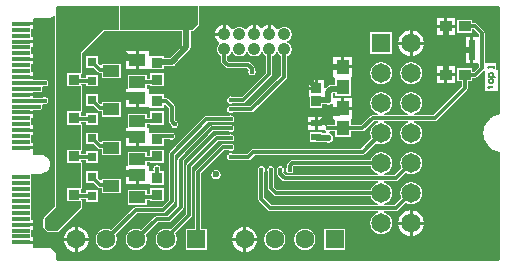
<source format=gtl>
G04*
G04 #@! TF.GenerationSoftware,Altium Limited,Altium Designer,22.11.1 (43)*
G04*
G04 Layer_Physical_Order=1*
G04 Layer_Color=255*
%FSLAX44Y44*%
%MOMM*%
G71*
G04*
G04 #@! TF.SameCoordinates,238175EB-3BB2-4886-BFDA-CBBE0BB03E55*
G04*
G04*
G04 #@! TF.FilePolarity,Positive*
G04*
G01*
G75*
%ADD14C,0.1500*%
%ADD15R,1.5000X0.3500*%
%ADD16R,0.8000X0.8000*%
%ADD17R,1.0000X0.9000*%
%ADD18R,0.5500X1.7000*%
%ADD19R,1.4000X1.0000*%
%ADD20R,0.8250X0.6250*%
%ADD21R,0.9621X0.9350*%
%ADD22R,1.1000X1.2500*%
%ADD23R,0.8121X0.9311*%
%ADD32C,0.3000*%
%ADD33C,0.1101*%
%ADD34C,0.5000*%
%ADD35C,1.0500*%
%ADD36C,1.6000*%
%ADD37R,1.6000X1.6000*%
%ADD38C,1.6500*%
%ADD39R,1.6500X1.6500*%
%ADD40C,0.6000*%
%ADD41C,0.4000*%
G36*
X162500Y242500D02*
X157500Y237500D01*
X96082D01*
Y257836D01*
X162500D01*
Y242500D01*
D02*
G37*
G36*
X417961Y256531D02*
Y165879D01*
X415538Y165397D01*
X415353Y165320D01*
X415156Y165281D01*
X412620Y164231D01*
X412453Y164119D01*
X412267Y164042D01*
X409986Y162518D01*
X409844Y162376D01*
X409677Y162264D01*
X407736Y160323D01*
X407624Y160156D01*
X407482Y160014D01*
X405958Y157732D01*
X405881Y157547D01*
X405769Y157380D01*
X404719Y154844D01*
X404680Y154647D01*
X404603Y154462D01*
X404067Y151770D01*
Y151619D01*
X404031Y151472D01*
X403963Y150100D01*
X403978Y150000D01*
X403963Y149900D01*
X404031Y148528D01*
X404067Y148381D01*
Y148230D01*
X404603Y145538D01*
X404680Y145353D01*
X404719Y145156D01*
X405769Y142620D01*
X405881Y142453D01*
X405957Y142268D01*
X407482Y139986D01*
X407624Y139844D01*
X407736Y139677D01*
X409676Y137736D01*
X409843Y137624D01*
X409985Y137482D01*
X412267Y135957D01*
X412453Y135881D01*
X412620Y135769D01*
X415155Y134719D01*
X415352Y134680D01*
X415538Y134603D01*
X417961Y134121D01*
Y43345D01*
X416655Y42039D01*
X43345D01*
X42039Y43345D01*
Y45750D01*
X42019Y45849D01*
X42029Y45950D01*
X41933Y46925D01*
X41846Y47212D01*
X41788Y47506D01*
X41041Y49308D01*
X40599Y49970D01*
X39220Y51349D01*
X38558Y51791D01*
X36756Y52538D01*
X36462Y52596D01*
X36175Y52683D01*
X35200Y52779D01*
X35099Y52769D01*
X35000Y52789D01*
X23636D01*
X22540Y53210D01*
X22540Y54059D01*
Y56230D01*
X12500D01*
Y58770D01*
X22540D01*
Y61790D01*
X21000D01*
Y68210D01*
X22540D01*
Y71230D01*
X12500D01*
Y73770D01*
X22540D01*
Y76790D01*
X21000D01*
Y89750D01*
Y99750D01*
Y109750D01*
X21000Y115250D01*
X22079Y115711D01*
X29000D01*
X29099Y115731D01*
X29200Y115721D01*
X30370Y115836D01*
X30657Y115923D01*
X30951Y115981D01*
X33114Y116877D01*
X33775Y117319D01*
X35431Y118975D01*
X35873Y119636D01*
X36769Y121799D01*
X36827Y122093D01*
X36914Y122380D01*
X37029Y123550D01*
X37010Y123750D01*
X37029Y123950D01*
X36914Y125120D01*
X36827Y125407D01*
X36769Y125701D01*
X35873Y127864D01*
X35431Y128525D01*
X33775Y130181D01*
X33775Y130181D01*
X33114Y130623D01*
X30951Y131519D01*
X30657Y131577D01*
X30370Y131664D01*
X29200Y131779D01*
X29099Y131770D01*
X29000Y131789D01*
X22547D01*
X22540Y133210D01*
Y136230D01*
X12500D01*
Y138770D01*
X22540D01*
Y141790D01*
X21000D01*
Y148210D01*
X22540D01*
Y151230D01*
X12500D01*
Y153770D01*
X22540D01*
Y156790D01*
X21000D01*
Y163210D01*
X22540D01*
Y166230D01*
X12500D01*
Y168770D01*
X22540D01*
Y169951D01*
X25877D01*
X26395Y169652D01*
X27158Y169447D01*
X27947D01*
X28711Y169652D01*
X29395Y170047D01*
X29953Y170605D01*
X30348Y171289D01*
X30553Y172052D01*
Y172842D01*
X30348Y173605D01*
X30519Y173968D01*
X31342Y174704D01*
X32105Y174500D01*
X32895D01*
X33658Y174704D01*
X34342Y175099D01*
X34901Y175658D01*
X35296Y176342D01*
X35500Y177105D01*
Y177895D01*
X35296Y178658D01*
X34901Y179342D01*
X34342Y179901D01*
X33658Y180296D01*
X32895Y180500D01*
X32105D01*
X31342Y180296D01*
X30915Y180049D01*
X22540D01*
Y181230D01*
X12500D01*
Y183770D01*
X22540D01*
Y184951D01*
X25915D01*
X26342Y184704D01*
X27105Y184500D01*
X27895D01*
X28658Y184704D01*
X29342Y185099D01*
X29901Y185658D01*
X30296Y186342D01*
X30500Y187105D01*
Y187895D01*
X30296Y188658D01*
X31007Y189604D01*
X31342Y189704D01*
X32105Y189500D01*
X32895D01*
X33658Y189704D01*
X34342Y190099D01*
X34901Y190658D01*
X35296Y191342D01*
X35500Y192105D01*
Y192895D01*
X35296Y193658D01*
X34901Y194342D01*
X34342Y194901D01*
X33658Y195296D01*
X32895Y195500D01*
X32105D01*
X31342Y195296D01*
X30915Y195049D01*
X22540D01*
Y196230D01*
X12500D01*
Y198770D01*
X22540D01*
Y201790D01*
X21000D01*
Y208210D01*
X22540D01*
Y211230D01*
X12500D01*
Y213770D01*
X22540D01*
Y216790D01*
X21000D01*
Y223210D01*
X22540D01*
Y226230D01*
X12500D01*
Y228770D01*
X22540D01*
Y231790D01*
X21000D01*
Y238210D01*
X22540D01*
Y241230D01*
X12500D01*
Y243770D01*
X22540D01*
Y246790D01*
X23636Y247211D01*
X35000D01*
X35099Y247230D01*
X35200Y247221D01*
X36175Y247317D01*
X36462Y247404D01*
X36756Y247462D01*
X38558Y248209D01*
X38558Y248209D01*
X39220Y248651D01*
X39220Y248651D01*
X40210Y249641D01*
X41480Y249115D01*
Y207152D01*
X41470Y207071D01*
X41470Y207071D01*
Y198227D01*
X41480Y198147D01*
Y197581D01*
X41470Y197500D01*
Y177500D01*
X41470Y177500D01*
X41470Y177500D01*
Y145000D01*
X41470Y145000D01*
X41470Y145000D01*
Y112500D01*
Y87912D01*
X31779Y78221D01*
X31558Y77890D01*
X31480Y77500D01*
X31480Y70000D01*
X31558Y69610D01*
X31779Y69279D01*
X34279Y66779D01*
X34610Y66558D01*
X35000Y66480D01*
X43582Y66480D01*
X43973Y66558D01*
X44303Y66779D01*
X64032Y86507D01*
X64253Y86838D01*
X64330Y87228D01*
Y92171D01*
X64253Y92561D01*
X64032Y92892D01*
X63701Y93113D01*
X63311Y93190D01*
Y94451D01*
X67500D01*
Y92000D01*
X77500D01*
Y102000D01*
X67500D01*
Y99549D01*
X63311D01*
Y102502D01*
X63701Y102579D01*
X64032Y102800D01*
X64253Y103131D01*
X64330Y103521D01*
Y124671D01*
X64253Y125061D01*
X64032Y125392D01*
X63701Y125613D01*
X63311Y125690D01*
Y126951D01*
X67500D01*
Y124500D01*
X77500D01*
Y134500D01*
X67500D01*
Y132049D01*
X63311D01*
Y135002D01*
X63701Y135079D01*
X64032Y135300D01*
X64253Y135631D01*
X64330Y136021D01*
Y157171D01*
X64253Y157561D01*
X64032Y157892D01*
X63701Y158113D01*
X63311Y158190D01*
Y159451D01*
X67500D01*
Y157000D01*
X77500D01*
Y167000D01*
X67500D01*
Y164549D01*
X63311D01*
Y167502D01*
X63701Y167579D01*
X64032Y167800D01*
X64253Y168131D01*
X64330Y168521D01*
Y189671D01*
X64253Y190061D01*
X64032Y190392D01*
X63701Y190613D01*
X63311Y190690D01*
Y191951D01*
X67500D01*
Y189500D01*
X77500D01*
Y199500D01*
X67500D01*
Y197049D01*
X63311D01*
Y200002D01*
X63701Y200079D01*
X64032Y200300D01*
X64253Y200631D01*
X64330Y201021D01*
Y217888D01*
X82922Y236480D01*
X95000D01*
X95390Y236558D01*
X95541Y236659D01*
X95692Y236558D01*
X96082Y236480D01*
X148970D01*
Y223962D01*
X138538Y213530D01*
X133311D01*
Y215329D01*
X121810D01*
X121689Y215329D01*
X120540Y215620D01*
Y219540D01*
X112270D01*
Y212000D01*
Y204460D01*
X120419D01*
X120540Y204460D01*
X121689Y204169D01*
Y203979D01*
X133311D01*
Y206470D01*
X140000D01*
X140000Y206470D01*
X140914Y206590D01*
X141765Y206943D01*
X142496Y207504D01*
X154996Y220004D01*
X154996Y220004D01*
X155557Y220735D01*
X155910Y221586D01*
X156030Y222500D01*
X156030Y222500D01*
Y236480D01*
X157500D01*
X157890Y236558D01*
X158221Y236779D01*
X163221Y241779D01*
X163442Y242110D01*
X163520Y242500D01*
Y257836D01*
X416655D01*
X417961Y256531D01*
D02*
G37*
G36*
X95000Y237500D02*
X82500D01*
X63311Y218311D01*
Y201021D01*
X51689D01*
Y189671D01*
X63311D01*
Y168521D01*
X51689D01*
Y157171D01*
X63311D01*
Y136021D01*
X51689D01*
Y124671D01*
X63311D01*
Y103521D01*
X51689D01*
Y92171D01*
X63311D01*
Y87228D01*
X43582Y67500D01*
X35000Y67500D01*
X32500Y70000D01*
X32500Y77500D01*
X42500Y87500D01*
Y256844D01*
X43402Y257836D01*
X95000D01*
Y237500D01*
D02*
G37*
%LPC*%
G36*
X379540Y247540D02*
X373270D01*
Y241770D01*
X379540D01*
Y247540D01*
D02*
G37*
G36*
X370730D02*
X364460D01*
Y241770D01*
X370730D01*
Y247540D01*
D02*
G37*
G36*
X183330Y241540D02*
X182328Y241341D01*
X180910Y240753D01*
X179634Y239901D01*
X178549Y238816D01*
X177697Y237540D01*
X177109Y236122D01*
X176910Y235120D01*
X183330D01*
Y241540D01*
D02*
G37*
G36*
X223970D02*
Y233850D01*
X221430D01*
Y241540D01*
X220428Y241341D01*
X219010Y240753D01*
X217734Y239901D01*
X217206Y239373D01*
X216350Y238960D01*
X215494Y239373D01*
X214966Y239901D01*
X213690Y240753D01*
X212272Y241341D01*
X211270Y241540D01*
Y233850D01*
X208730D01*
Y241540D01*
X207728Y241341D01*
X206310Y240753D01*
X205034Y239901D01*
X203949Y238816D01*
X203488Y238125D01*
X202792Y237973D01*
X202058Y237996D01*
X201943Y238046D01*
X201284Y238705D01*
X200261Y239389D01*
X199123Y239860D01*
X197916Y240100D01*
X196684D01*
X195477Y239860D01*
X194340Y239389D01*
X193316Y238705D01*
X192657Y238046D01*
X192542Y237996D01*
X191808Y237973D01*
X191112Y238125D01*
X190651Y238816D01*
X189566Y239901D01*
X188290Y240753D01*
X186872Y241341D01*
X185870Y241540D01*
Y233850D01*
X184600D01*
Y232580D01*
X176910D01*
X177109Y231578D01*
X177697Y230160D01*
X178549Y228884D01*
X179634Y227799D01*
X180325Y227338D01*
X180477Y226642D01*
X180455Y225908D01*
X180404Y225793D01*
X179745Y225134D01*
X179061Y224111D01*
X178590Y222973D01*
X178350Y221766D01*
Y220534D01*
X178590Y219327D01*
X179061Y218190D01*
X179745Y217166D01*
X180616Y216295D01*
X181639Y215611D01*
X182051Y215441D01*
Y210400D01*
X182245Y209424D01*
X182798Y208598D01*
X185698Y205698D01*
X186525Y205145D01*
X187500Y204951D01*
X203944D01*
X205166Y203730D01*
Y203013D01*
X205000Y202395D01*
Y201605D01*
X205204Y200842D01*
X205599Y200158D01*
X206158Y199599D01*
X206842Y199205D01*
X207605Y199000D01*
X208395D01*
X209158Y199205D01*
X209842Y199599D01*
X210401Y200158D01*
X210795Y200842D01*
X211000Y201605D01*
Y202395D01*
X210795Y203158D01*
X210401Y203842D01*
X210263Y203979D01*
Y204785D01*
X210069Y205761D01*
X209517Y206588D01*
X206802Y209302D01*
X205975Y209855D01*
X205000Y210049D01*
X188556D01*
X187149Y211456D01*
Y215441D01*
X187561Y215611D01*
X188584Y216295D01*
X189455Y217166D01*
X190139Y218190D01*
X190263Y218489D01*
X191637D01*
X191761Y218190D01*
X192445Y217166D01*
X193316Y216295D01*
X194340Y215611D01*
X195477Y215140D01*
X196684Y214900D01*
X197916D01*
X199123Y215140D01*
X200261Y215611D01*
X201284Y216295D01*
X202155Y217166D01*
X202839Y218190D01*
X202963Y218489D01*
X204337D01*
X204461Y218190D01*
X205145Y217166D01*
X206016Y216295D01*
X207040Y215611D01*
X208177Y215140D01*
X209384Y214900D01*
X210616D01*
X211823Y215140D01*
X212960Y215611D01*
X213984Y216295D01*
X214855Y217166D01*
X215539Y218190D01*
X215663Y218489D01*
X217037D01*
X217161Y218190D01*
X217845Y217166D01*
X218716Y216295D01*
X219739Y215611D01*
X220151Y215441D01*
Y201256D01*
X199444Y180549D01*
X191585D01*
X191158Y180795D01*
X190395Y181000D01*
X189605D01*
X188842Y180795D01*
X188158Y180401D01*
X187599Y179842D01*
X187204Y179158D01*
X187000Y178395D01*
Y177605D01*
X187204Y176842D01*
X187599Y176158D01*
X188158Y175599D01*
X188842Y175205D01*
X189605Y175000D01*
X190395D01*
X191158Y175205D01*
X191585Y175451D01*
X200500D01*
X201476Y175645D01*
X202302Y176198D01*
X224502Y198398D01*
X225055Y199224D01*
X225249Y200200D01*
Y215441D01*
X225660Y215611D01*
X226684Y216295D01*
X227555Y217166D01*
X228239Y218190D01*
X228363Y218489D01*
X229737D01*
X229861Y218190D01*
X230545Y217166D01*
X231416Y216295D01*
X232439Y215611D01*
X232851Y215441D01*
Y198956D01*
X206444Y172549D01*
X191585D01*
X191158Y172796D01*
X190395Y173000D01*
X189605D01*
X188842Y172796D01*
X188158Y172401D01*
X187599Y171842D01*
X187204Y171158D01*
X187000Y170395D01*
Y169605D01*
X187204Y168842D01*
X187599Y168158D01*
X188158Y167599D01*
X188842Y167204D01*
X189605Y167000D01*
X190395D01*
X191158Y167204D01*
X191585Y167451D01*
X207500D01*
X208475Y167645D01*
X209302Y168198D01*
X237202Y196098D01*
X237755Y196924D01*
X237949Y197900D01*
Y215441D01*
X238361Y215611D01*
X239384Y216295D01*
X240255Y217166D01*
X240939Y218190D01*
X241410Y219327D01*
X241650Y220534D01*
Y221766D01*
X241410Y222973D01*
X240939Y224111D01*
X240255Y225134D01*
X239384Y226005D01*
X238361Y226689D01*
X238061Y226813D01*
Y228187D01*
X238361Y228311D01*
X239384Y228995D01*
X240255Y229866D01*
X240939Y230889D01*
X241410Y232027D01*
X241650Y233234D01*
Y234466D01*
X241410Y235673D01*
X240939Y236810D01*
X240255Y237834D01*
X239384Y238705D01*
X238361Y239389D01*
X237223Y239860D01*
X236016Y240100D01*
X234784D01*
X233577Y239860D01*
X232439Y239389D01*
X231416Y238705D01*
X230757Y238046D01*
X230642Y237996D01*
X229908Y237973D01*
X229212Y238125D01*
X228751Y238816D01*
X227666Y239901D01*
X226390Y240753D01*
X224972Y241341D01*
X223970Y241540D01*
D02*
G37*
G36*
X379540Y239230D02*
X373270D01*
Y233460D01*
X379540D01*
Y239230D01*
D02*
G37*
G36*
X370730D02*
X364460D01*
Y233460D01*
X370730D01*
Y239230D01*
D02*
G37*
G36*
X343970Y236923D02*
Y227470D01*
X353423D01*
X353224Y228727D01*
X352700Y230342D01*
X351928Y231855D01*
X350930Y233229D01*
X349729Y234430D01*
X348355Y235428D01*
X346842Y236199D01*
X345227Y236724D01*
X343970Y236923D01*
D02*
G37*
G36*
X341430D02*
X340173Y236724D01*
X338558Y236199D01*
X337045Y235428D01*
X335671Y234430D01*
X334470Y233229D01*
X333472Y231855D01*
X332701Y230342D01*
X332176Y228727D01*
X331977Y227470D01*
X341430D01*
Y236923D01*
D02*
G37*
G36*
X392980Y231040D02*
X388960D01*
Y221270D01*
X392980D01*
Y231040D01*
D02*
G37*
G36*
X326550Y235450D02*
X308050D01*
Y216950D01*
X326550D01*
Y235450D01*
D02*
G37*
G36*
X353423Y224930D02*
X343970D01*
Y215477D01*
X345227Y215676D01*
X346842Y216201D01*
X348355Y216972D01*
X349729Y217970D01*
X350930Y219171D01*
X351928Y220545D01*
X352700Y222058D01*
X353224Y223673D01*
X353423Y224930D01*
D02*
G37*
G36*
X341430D02*
X331977D01*
X332176Y223673D01*
X332701Y222058D01*
X333472Y220545D01*
X334470Y219171D01*
X335671Y217970D01*
X337045Y216972D01*
X338558Y216201D01*
X340173Y215676D01*
X341430Y215477D01*
Y224930D01*
D02*
G37*
G36*
X109730Y219540D02*
X101460D01*
Y213270D01*
X109730D01*
Y219540D01*
D02*
G37*
G36*
X392980Y218730D02*
X388960D01*
Y208960D01*
X392980D01*
Y218730D01*
D02*
G37*
G36*
X293040Y214790D02*
X286270D01*
Y207270D01*
X293040D01*
Y214790D01*
D02*
G37*
G36*
X283730D02*
X276960D01*
Y207270D01*
X283730D01*
Y214790D01*
D02*
G37*
G36*
X109730Y210730D02*
X101460D01*
Y204460D01*
X109730D01*
Y210730D01*
D02*
G37*
G36*
X394000Y246000D02*
X382000D01*
Y235000D01*
X394000D01*
Y237951D01*
X395944D01*
X399951Y233944D01*
Y232140D01*
X399540Y231040D01*
X398681Y231040D01*
X395520D01*
Y220000D01*
Y208960D01*
X399540D01*
X399951Y207860D01*
Y206056D01*
X395944Y202049D01*
X394000D01*
Y205000D01*
X382000D01*
Y194000D01*
X385451D01*
Y189056D01*
X361644Y165249D01*
X345591D01*
X345398Y166506D01*
X347081Y167203D01*
X348596Y168215D01*
X349885Y169503D01*
X350897Y171019D01*
X351595Y172702D01*
X351950Y174489D01*
Y176311D01*
X351595Y178098D01*
X350897Y179781D01*
X349885Y181297D01*
X348596Y182585D01*
X347081Y183597D01*
X345398Y184294D01*
X343611Y184650D01*
X341789D01*
X340002Y184294D01*
X338318Y183597D01*
X336804Y182585D01*
X335515Y181297D01*
X334503Y179781D01*
X333806Y178098D01*
X333450Y176311D01*
Y174489D01*
X333806Y172702D01*
X334503Y171019D01*
X335515Y169503D01*
X336804Y168215D01*
X338318Y167203D01*
X340002Y166506D01*
X339809Y165249D01*
X320191D01*
X319998Y166506D01*
X321682Y167203D01*
X323196Y168215D01*
X324485Y169503D01*
X325497Y171019D01*
X326194Y172702D01*
X326550Y174489D01*
Y176311D01*
X326194Y178098D01*
X325497Y179781D01*
X324485Y181297D01*
X323196Y182585D01*
X321682Y183597D01*
X319998Y184294D01*
X318211Y184650D01*
X316389D01*
X314602Y184294D01*
X312918Y183597D01*
X311404Y182585D01*
X310115Y181297D01*
X309103Y179781D01*
X308405Y178098D01*
X308050Y176311D01*
Y174489D01*
X308405Y172702D01*
X309103Y171019D01*
X310115Y169503D01*
X311404Y168215D01*
X312918Y167203D01*
X314602Y166506D01*
X314409Y165249D01*
X310200D01*
X309224Y165055D01*
X308398Y164502D01*
X300444Y156549D01*
X291500D01*
Y160940D01*
X291500Y161250D01*
X292248Y162210D01*
X293040D01*
Y169730D01*
X276960D01*
Y162210D01*
X277752D01*
X278500Y161250D01*
X278500Y160940D01*
Y156549D01*
X274085D01*
X273658Y156796D01*
X272895Y157000D01*
X272105D01*
X271342Y156796D01*
X270658Y156401D01*
X270435Y156178D01*
X269165Y156652D01*
Y156980D01*
X263770D01*
Y152585D01*
X269006D01*
X269663Y152329D01*
X270212Y152046D01*
X270564Y151693D01*
X270660Y151517D01*
X270689Y150115D01*
X270239Y149721D01*
X267625D01*
Y150875D01*
X257375D01*
Y142625D01*
X267625D01*
Y142661D01*
X270283D01*
X270956Y142273D01*
X271973Y142000D01*
X273027D01*
X274044Y142273D01*
X274956Y142799D01*
X275701Y143544D01*
X276227Y144456D01*
X276500Y145473D01*
Y146527D01*
X276227Y147544D01*
X275701Y148456D01*
X274956Y149201D01*
X274044Y149727D01*
X273548Y149860D01*
Y151175D01*
X273658Y151204D01*
X274085Y151451D01*
X278500D01*
Y146750D01*
X291500D01*
Y151451D01*
X301500D01*
X302475Y151645D01*
X303302Y152198D01*
X311256Y160151D01*
X314409D01*
X314602Y158895D01*
X312918Y158197D01*
X311404Y157185D01*
X310115Y155897D01*
X309103Y154382D01*
X308405Y152698D01*
X308050Y150911D01*
Y149089D01*
X308405Y147302D01*
X309103Y145618D01*
X309187Y145492D01*
X300533Y136838D01*
X209289D01*
X208313Y136644D01*
X207486Y136091D01*
X203944Y132549D01*
X191585D01*
X191158Y132795D01*
X190395Y133000D01*
X189605D01*
X188842Y132795D01*
X188158Y132401D01*
X187599Y131842D01*
X187204Y131158D01*
X187000Y130395D01*
Y129605D01*
X187204Y128842D01*
X187599Y128158D01*
X188158Y127599D01*
X188842Y127204D01*
X189605Y127000D01*
X190395D01*
X191158Y127204D01*
X191585Y127451D01*
X205000D01*
X205975Y127645D01*
X206802Y128198D01*
X210345Y131740D01*
X301589D01*
X302564Y131934D01*
X303391Y132486D01*
X312792Y141887D01*
X312918Y141803D01*
X314602Y141105D01*
X316389Y140750D01*
X318211D01*
X319998Y141105D01*
X321682Y141803D01*
X323196Y142815D01*
X324485Y144103D01*
X325497Y145618D01*
X326194Y147302D01*
X326550Y149089D01*
Y150911D01*
X326194Y152698D01*
X325497Y154382D01*
X324485Y155897D01*
X323196Y157185D01*
X321682Y158197D01*
X319998Y158895D01*
X320191Y160151D01*
X339809D01*
X340002Y158895D01*
X338318Y158197D01*
X336804Y157185D01*
X335515Y155897D01*
X334503Y154382D01*
X333806Y152698D01*
X333450Y150911D01*
Y149089D01*
X333806Y147302D01*
X334503Y145618D01*
X335515Y144103D01*
X336804Y142815D01*
X338318Y141803D01*
X340002Y141105D01*
X341789Y140750D01*
X343611D01*
X345398Y141105D01*
X347081Y141803D01*
X348596Y142815D01*
X349885Y144103D01*
X350897Y145618D01*
X351595Y147302D01*
X351950Y149089D01*
Y150911D01*
X351595Y152698D01*
X350897Y154382D01*
X349885Y155897D01*
X348596Y157185D01*
X347081Y158197D01*
X345398Y158895D01*
X345591Y160151D01*
X362700D01*
X363675Y160345D01*
X364502Y160898D01*
X389802Y186198D01*
X390355Y187025D01*
X390549Y188000D01*
Y194000D01*
X394000D01*
Y196951D01*
X397000D01*
X397976Y197145D01*
X398802Y197698D01*
X403841Y202736D01*
X403968Y202765D01*
X405169Y202268D01*
Y186000D01*
X416000D01*
Y203496D01*
X415000D01*
Y209666D01*
X405049D01*
Y235000D01*
X404855Y235975D01*
X404302Y236802D01*
X398802Y242302D01*
X397976Y242855D01*
X397000Y243049D01*
X394000D01*
Y246000D01*
D02*
G37*
G36*
X379540Y206540D02*
X373270D01*
Y200770D01*
X379540D01*
Y206540D01*
D02*
G37*
G36*
X370730D02*
X364460D01*
Y200770D01*
X370730D01*
Y206540D01*
D02*
G37*
G36*
X77500Y215500D02*
X67500D01*
Y205500D01*
X73895D01*
X77440Y201955D01*
X78267Y201402D01*
X79243Y201208D01*
X81000D01*
Y196500D01*
X97000D01*
Y208500D01*
X81000D01*
Y207401D01*
X79730Y206875D01*
X77500Y209105D01*
Y215500D01*
D02*
G37*
G36*
X133311Y201021D02*
X121689D01*
Y195549D01*
X119000D01*
Y199000D01*
X103000D01*
Y187040D01*
X101460D01*
Y180770D01*
X111000D01*
Y179500D01*
X112270D01*
Y171960D01*
X120419D01*
X120540Y171960D01*
X121689Y171669D01*
Y171479D01*
X133311D01*
Y173904D01*
X134581Y174315D01*
X137451Y171444D01*
Y160000D01*
X137645Y159024D01*
X138198Y158198D01*
X139577Y156818D01*
X139704Y156342D01*
X140099Y155658D01*
X140658Y155099D01*
X141342Y154704D01*
X142105Y154500D01*
X142895D01*
X143658Y154704D01*
X144342Y155099D01*
X144901Y155658D01*
X145295Y156342D01*
X145500Y157105D01*
Y157895D01*
X145295Y158658D01*
X144901Y159342D01*
X144342Y159901D01*
X143658Y160296D01*
X143182Y160423D01*
X142549Y161056D01*
Y172500D01*
X142355Y173475D01*
X141802Y174302D01*
X137149Y178956D01*
X136321Y179509D01*
X135346Y179703D01*
X133311D01*
Y182829D01*
X121810D01*
X121689Y182829D01*
X120540Y183120D01*
Y187040D01*
X119000D01*
Y190451D01*
X121689D01*
Y189671D01*
X133311D01*
Y201021D01*
D02*
G37*
G36*
X379540Y198230D02*
X373270D01*
Y192460D01*
X379540D01*
Y198230D01*
D02*
G37*
G36*
X370730D02*
X364460D01*
Y192460D01*
X370730D01*
Y198230D01*
D02*
G37*
G36*
X343611Y210050D02*
X341789D01*
X340002Y209694D01*
X338318Y208997D01*
X336804Y207985D01*
X335515Y206696D01*
X334503Y205182D01*
X333806Y203498D01*
X333450Y201711D01*
Y199889D01*
X333806Y198102D01*
X334503Y196418D01*
X335515Y194904D01*
X336804Y193615D01*
X338318Y192603D01*
X340002Y191905D01*
X341789Y191550D01*
X343611D01*
X345398Y191905D01*
X347081Y192603D01*
X348596Y193615D01*
X349885Y194904D01*
X350897Y196418D01*
X351595Y198102D01*
X351950Y199889D01*
Y201711D01*
X351595Y203498D01*
X350897Y205182D01*
X349885Y206696D01*
X348596Y207985D01*
X347081Y208997D01*
X345398Y209694D01*
X343611Y210050D01*
D02*
G37*
G36*
X318211D02*
X316389D01*
X314602Y209694D01*
X312918Y208997D01*
X311404Y207985D01*
X310115Y206696D01*
X309103Y205182D01*
X308405Y203498D01*
X308050Y201711D01*
Y199889D01*
X308405Y198102D01*
X309103Y196418D01*
X310115Y194904D01*
X311404Y193615D01*
X312918Y192603D01*
X314602Y191905D01*
X316389Y191550D01*
X318211D01*
X319998Y191905D01*
X321682Y192603D01*
X323196Y193615D01*
X324485Y194904D01*
X325497Y196418D01*
X326194Y198102D01*
X326550Y199889D01*
Y201711D01*
X326194Y203498D01*
X325497Y205182D01*
X324485Y206696D01*
X323196Y207985D01*
X321682Y208997D01*
X319998Y209694D01*
X318211Y210050D01*
D02*
G37*
G36*
X293040Y204730D02*
X276960D01*
Y197210D01*
X277752D01*
X278500Y196250D01*
X278500Y195940D01*
Y191021D01*
X274991D01*
X274991Y191021D01*
X274077Y190901D01*
X273226Y190548D01*
X272495Y189987D01*
X272495Y189987D01*
X270371Y187863D01*
X269680Y187998D01*
X269101Y188347D01*
Y195101D01*
X263770D01*
Y187905D01*
X262500D01*
Y186635D01*
X255899D01*
Y180710D01*
X257439D01*
Y171439D01*
X267561D01*
Y174279D01*
X270946D01*
X270956Y174273D01*
X271973Y174000D01*
X273027D01*
X274044Y174273D01*
X274956Y174799D01*
X275690Y175533D01*
X275741Y175533D01*
X276960Y175185D01*
Y172270D01*
X283730D01*
Y179790D01*
X277491D01*
X276960Y179790D01*
X276222Y180754D01*
Y183729D01*
X276453Y183961D01*
X278500D01*
Y181750D01*
X291500D01*
Y195940D01*
X291500Y196250D01*
X292248Y197210D01*
X293040D01*
Y204730D01*
D02*
G37*
G36*
X261230Y195101D02*
X255899D01*
Y189175D01*
X261230D01*
Y195101D01*
D02*
G37*
G36*
X286270Y179790D02*
Y172270D01*
X293040D01*
Y179790D01*
X286270D01*
D02*
G37*
G36*
X109730Y178230D02*
X101460D01*
Y171960D01*
X109730D01*
Y178230D01*
D02*
G37*
G36*
X77500Y183000D02*
X67500D01*
Y173000D01*
X73895D01*
X77440Y169455D01*
X78267Y168902D01*
X79243Y168708D01*
X81000D01*
Y164000D01*
X97000D01*
Y176000D01*
X81000D01*
Y174901D01*
X79730Y174375D01*
X77500Y176605D01*
Y183000D01*
D02*
G37*
G36*
X133311Y168521D02*
X121689D01*
Y163049D01*
X119000D01*
Y166500D01*
X103000D01*
Y154540D01*
X101460D01*
Y148270D01*
X111000D01*
Y147000D01*
X112270D01*
Y139460D01*
X120419D01*
X120540Y139460D01*
X121689Y139169D01*
Y138979D01*
X133311D01*
Y144951D01*
X138415D01*
X138842Y144705D01*
X139605Y144500D01*
X140395D01*
X141158Y144705D01*
X141842Y145099D01*
X142401Y145658D01*
X142795Y146342D01*
X143000Y147105D01*
Y147895D01*
X142795Y148658D01*
X142401Y149342D01*
X141842Y149901D01*
X141158Y150296D01*
X140395Y150500D01*
X139605D01*
X138842Y150296D01*
X138415Y150049D01*
X133311D01*
Y150329D01*
X121810D01*
X121689Y150329D01*
X120540Y150620D01*
Y154540D01*
X119000D01*
Y157951D01*
X121689D01*
Y157171D01*
X133311D01*
Y168521D01*
D02*
G37*
G36*
X269165Y163915D02*
X263770D01*
Y159520D01*
X269165D01*
Y163915D01*
D02*
G37*
G36*
X261230D02*
X255835D01*
Y159520D01*
X261230D01*
Y163915D01*
D02*
G37*
G36*
X190395Y165000D02*
X189605D01*
X188842Y164796D01*
X188415Y164549D01*
X169500D01*
X168525Y164355D01*
X167698Y163802D01*
X138198Y134302D01*
X137645Y133476D01*
X137451Y132500D01*
Y93556D01*
X131444Y87549D01*
X109600D01*
X108625Y87355D01*
X107798Y86802D01*
X88928Y67933D01*
X88863Y67976D01*
X87225Y68654D01*
X85486Y69000D01*
X83714D01*
X81975Y68654D01*
X80337Y67976D01*
X78863Y66991D01*
X77609Y65737D01*
X76624Y64263D01*
X75946Y62625D01*
X75600Y60886D01*
Y59114D01*
X75946Y57375D01*
X76624Y55737D01*
X77609Y54263D01*
X78863Y53009D01*
X80337Y52024D01*
X81975Y51346D01*
X83714Y51000D01*
X85486D01*
X87225Y51346D01*
X88863Y52024D01*
X90337Y53009D01*
X91591Y54263D01*
X92576Y55737D01*
X93254Y57375D01*
X93600Y59114D01*
Y60886D01*
X93254Y62625D01*
X92576Y64263D01*
X92533Y64328D01*
X110656Y82451D01*
X132500D01*
X133476Y82645D01*
X134302Y83198D01*
X141802Y90698D01*
X142355Y91524D01*
X142549Y92500D01*
Y131444D01*
X170556Y159451D01*
X188415D01*
X188842Y159205D01*
X189605Y159000D01*
X190395D01*
X191158Y159205D01*
X191842Y159599D01*
X192401Y160158D01*
X192796Y160842D01*
X193000Y161605D01*
Y162395D01*
X192796Y163158D01*
X192401Y163842D01*
X191842Y164401D01*
X191158Y164796D01*
X190395Y165000D01*
D02*
G37*
G36*
X261230Y156980D02*
X255835D01*
Y152585D01*
X261230D01*
Y156980D01*
D02*
G37*
G36*
X190395Y157000D02*
X189605D01*
X188842Y156796D01*
X188415Y156549D01*
X174000D01*
X173025Y156355D01*
X172198Y155802D01*
X145698Y129302D01*
X145145Y128476D01*
X144951Y127500D01*
Y88556D01*
X136444Y80049D01*
X127500D01*
X126524Y79855D01*
X125698Y79302D01*
X114328Y67933D01*
X114263Y67976D01*
X112625Y68654D01*
X110886Y69000D01*
X109114D01*
X107375Y68654D01*
X105737Y67976D01*
X104263Y66991D01*
X103009Y65737D01*
X102024Y64263D01*
X101346Y62625D01*
X101000Y60886D01*
Y59114D01*
X101346Y57375D01*
X102024Y55737D01*
X103009Y54263D01*
X104263Y53009D01*
X105737Y52024D01*
X107375Y51346D01*
X109114Y51000D01*
X110886D01*
X112625Y51346D01*
X114263Y52024D01*
X115737Y53009D01*
X116991Y54263D01*
X117976Y55737D01*
X118654Y57375D01*
X119000Y59114D01*
Y60886D01*
X118654Y62625D01*
X117976Y64263D01*
X117933Y64328D01*
X128556Y74951D01*
X137500D01*
X138476Y75145D01*
X139302Y75698D01*
X149302Y85698D01*
X149855Y86524D01*
X150049Y87500D01*
Y126444D01*
X175056Y151451D01*
X188415D01*
X188842Y151204D01*
X189605Y151000D01*
X190395D01*
X191158Y151204D01*
X191842Y151599D01*
X192401Y152158D01*
X192796Y152842D01*
X193000Y153605D01*
Y154395D01*
X192796Y155158D01*
X192401Y155842D01*
X191842Y156401D01*
X191158Y156796D01*
X190395Y157000D01*
D02*
G37*
G36*
Y149000D02*
X189605D01*
X188842Y148795D01*
X188415Y148549D01*
X178500D01*
X177525Y148355D01*
X176698Y147802D01*
X153198Y124302D01*
X152645Y123475D01*
X152451Y122500D01*
Y81514D01*
X139132Y68196D01*
X138025Y68654D01*
X136286Y69000D01*
X134514D01*
X132775Y68654D01*
X131137Y67976D01*
X129663Y66991D01*
X128409Y65737D01*
X127424Y64263D01*
X126746Y62625D01*
X126400Y60886D01*
Y59114D01*
X126746Y57375D01*
X127424Y55737D01*
X128409Y54263D01*
X129663Y53009D01*
X131137Y52024D01*
X132775Y51346D01*
X134514Y51000D01*
X136286D01*
X138025Y51346D01*
X139663Y52024D01*
X141137Y53009D01*
X142391Y54263D01*
X143376Y55737D01*
X144054Y57375D01*
X144400Y59114D01*
Y60886D01*
X144054Y62625D01*
X143376Y64263D01*
X142989Y64842D01*
X156802Y78656D01*
X157355Y79483D01*
X157549Y80458D01*
Y121444D01*
X179556Y143451D01*
X188415D01*
X188842Y143204D01*
X189605Y143000D01*
X190395D01*
X191158Y143204D01*
X191842Y143599D01*
X192401Y144158D01*
X192796Y144842D01*
X193000Y145605D01*
Y146395D01*
X192796Y147158D01*
X192401Y147842D01*
X191842Y148401D01*
X191158Y148795D01*
X190395Y149000D01*
D02*
G37*
G36*
X109730Y145730D02*
X101460D01*
Y139460D01*
X109730D01*
Y145730D01*
D02*
G37*
G36*
X190395Y141000D02*
X189605D01*
X188842Y140796D01*
X188415Y140549D01*
X183267D01*
X182291Y140355D01*
X181464Y139802D01*
X160698Y119036D01*
X160145Y118209D01*
X159951Y117233D01*
Y69000D01*
X151800D01*
Y51000D01*
X169800D01*
Y69000D01*
X165049D01*
Y116178D01*
X184322Y135451D01*
X188415D01*
X188842Y135204D01*
X189605Y135000D01*
X190395D01*
X191158Y135204D01*
X191842Y135599D01*
X192401Y136158D01*
X192796Y136842D01*
X193000Y137605D01*
Y138395D01*
X192796Y139158D01*
X192401Y139842D01*
X191842Y140401D01*
X191158Y140796D01*
X190395Y141000D01*
D02*
G37*
G36*
X77500Y150500D02*
X67500D01*
Y140500D01*
X73895D01*
X77440Y136955D01*
X78267Y136402D01*
X79243Y136208D01*
X81000D01*
Y131500D01*
X97000D01*
Y143500D01*
X81000D01*
Y142401D01*
X79730Y141875D01*
X77500Y144105D01*
Y150500D01*
D02*
G37*
G36*
X133311Y136021D02*
X121689D01*
Y130549D01*
X119000D01*
Y134000D01*
X103000D01*
Y122040D01*
X101460D01*
Y115770D01*
X111000D01*
Y114500D01*
X112270D01*
Y106960D01*
X120419D01*
X120540Y106960D01*
X121689Y106669D01*
Y106479D01*
X133311D01*
Y117829D01*
X131177D01*
X130756Y118313D01*
X130364Y119099D01*
X130500Y119605D01*
Y120395D01*
X130295Y121158D01*
X129901Y121842D01*
X129342Y122401D01*
X128658Y122795D01*
X127895Y123000D01*
X127105D01*
X126342Y122795D01*
X125658Y122401D01*
X125099Y121842D01*
X124704Y121158D01*
X124500Y120395D01*
Y119605D01*
X124636Y119099D01*
X124244Y118313D01*
X123823Y117829D01*
X121810D01*
X121689Y117829D01*
X120540Y118120D01*
Y122040D01*
X119000D01*
Y125451D01*
X121689D01*
Y124671D01*
X133311D01*
Y136021D01*
D02*
G37*
G36*
X343611Y133850D02*
X341789D01*
X340002Y133495D01*
X338318Y132797D01*
X336804Y131785D01*
X335515Y130497D01*
X334503Y128982D01*
X333806Y127298D01*
X333450Y125511D01*
Y123689D01*
X333806Y121902D01*
X334503Y120218D01*
X334587Y120092D01*
X328944Y114449D01*
X320191D01*
X319998Y115705D01*
X321682Y116403D01*
X323196Y117415D01*
X324485Y118703D01*
X325497Y120218D01*
X326194Y121902D01*
X326550Y123689D01*
Y125511D01*
X326194Y127298D01*
X325497Y128982D01*
X324485Y130497D01*
X323196Y131785D01*
X321682Y132797D01*
X319998Y133495D01*
X318211Y133850D01*
X316389D01*
X314602Y133495D01*
X312918Y132797D01*
X311404Y131785D01*
X310115Y130497D01*
X309103Y128982D01*
X308405Y127298D01*
X308376Y127149D01*
X242100D01*
X241125Y126955D01*
X240298Y126402D01*
X238198Y124302D01*
X237645Y123475D01*
X237451Y122500D01*
Y120585D01*
X237204Y120158D01*
X237000Y119395D01*
Y118605D01*
X237204Y117842D01*
X237599Y117158D01*
X238158Y116599D01*
X238842Y116204D01*
X239605Y116000D01*
X240395D01*
X241158Y116204D01*
X241842Y116599D01*
X242401Y117158D01*
X242796Y117842D01*
X243000Y118605D01*
Y119395D01*
X242796Y120158D01*
X242549Y120585D01*
Y121444D01*
X243156Y122051D01*
X308376D01*
X308405Y121902D01*
X309103Y120218D01*
X310115Y118703D01*
X311404Y117415D01*
X312918Y116403D01*
X314602Y115705D01*
X314409Y114449D01*
X236656D01*
X234549Y116556D01*
Y117415D01*
X234795Y117842D01*
X235000Y118605D01*
Y119395D01*
X234795Y120158D01*
X234401Y120842D01*
X233842Y121401D01*
X233158Y121796D01*
X232395Y122000D01*
X231605D01*
X230842Y121796D01*
X230158Y121401D01*
X229599Y120842D01*
X229204Y120158D01*
X229000Y119395D01*
Y118605D01*
X229204Y117842D01*
X229451Y117415D01*
Y115500D01*
X229645Y114525D01*
X230198Y113698D01*
X233798Y110098D01*
X234625Y109545D01*
X235600Y109351D01*
X314409D01*
X314602Y108095D01*
X312918Y107397D01*
X311404Y106385D01*
X310115Y105097D01*
X309103Y103581D01*
X308405Y101898D01*
X308376Y101749D01*
X229356D01*
X226549Y104556D01*
Y117415D01*
X226796Y117842D01*
X227000Y118605D01*
Y119395D01*
X226796Y120158D01*
X226401Y120842D01*
X225842Y121401D01*
X225158Y121796D01*
X224395Y122000D01*
X223605D01*
X222842Y121796D01*
X222158Y121401D01*
X221599Y120842D01*
X221204Y120158D01*
X221000Y119395D01*
Y118605D01*
X221204Y117842D01*
X221451Y117415D01*
Y103500D01*
X221645Y102525D01*
X222198Y101698D01*
X226498Y97398D01*
X227325Y96845D01*
X228300Y96651D01*
X308376D01*
X308405Y96502D01*
X309103Y94818D01*
X310115Y93303D01*
X311404Y92015D01*
X312918Y91003D01*
X314602Y90306D01*
X314409Y89049D01*
X224556D01*
X218549Y95056D01*
Y117415D01*
X218796Y117842D01*
X219000Y118605D01*
Y119395D01*
X218796Y120158D01*
X218401Y120842D01*
X217842Y121401D01*
X217158Y121796D01*
X216395Y122000D01*
X215605D01*
X214842Y121796D01*
X214158Y121401D01*
X213599Y120842D01*
X213204Y120158D01*
X213000Y119395D01*
Y118605D01*
X213204Y117842D01*
X213451Y117415D01*
Y94000D01*
X213645Y93025D01*
X214198Y92198D01*
X221698Y84698D01*
X222525Y84145D01*
X223500Y83951D01*
X314409D01*
X314602Y82695D01*
X312918Y81997D01*
X311404Y80985D01*
X310115Y79696D01*
X309103Y78182D01*
X308405Y76498D01*
X308050Y74711D01*
Y72889D01*
X308405Y71102D01*
X309103Y69419D01*
X310115Y67903D01*
X311404Y66615D01*
X312918Y65603D01*
X314602Y64906D01*
X316389Y64550D01*
X318211D01*
X319998Y64906D01*
X321682Y65603D01*
X323196Y66615D01*
X324485Y67903D01*
X325497Y69419D01*
X326194Y71102D01*
X326550Y72889D01*
Y74711D01*
X326194Y76498D01*
X325497Y78182D01*
X324485Y79696D01*
X323196Y80985D01*
X321682Y81997D01*
X319998Y82695D01*
X320191Y83951D01*
X330000D01*
X330975Y84145D01*
X331802Y84698D01*
X338192Y91087D01*
X338318Y91003D01*
X340002Y90306D01*
X341789Y89950D01*
X343611D01*
X345398Y90306D01*
X347081Y91003D01*
X348596Y92015D01*
X349885Y93303D01*
X350897Y94818D01*
X351595Y96502D01*
X351950Y98289D01*
Y100111D01*
X351595Y101898D01*
X350897Y103581D01*
X349885Y105097D01*
X348596Y106385D01*
X347081Y107397D01*
X345398Y108095D01*
X343611Y108450D01*
X341789D01*
X340002Y108095D01*
X338318Y107397D01*
X336804Y106385D01*
X335515Y105097D01*
X334503Y103581D01*
X333806Y101898D01*
X333450Y100111D01*
Y98289D01*
X333806Y96502D01*
X334503Y94818D01*
X334587Y94692D01*
X328944Y89049D01*
X320191D01*
X319998Y90306D01*
X321682Y91003D01*
X323196Y92015D01*
X324485Y93303D01*
X325497Y94818D01*
X326194Y96502D01*
X326550Y98289D01*
Y100111D01*
X326194Y101898D01*
X325497Y103581D01*
X324485Y105097D01*
X323196Y106385D01*
X321682Y107397D01*
X319998Y108095D01*
X320191Y109351D01*
X330000D01*
X330975Y109545D01*
X331802Y110098D01*
X338192Y116487D01*
X338318Y116403D01*
X340002Y115705D01*
X341789Y115350D01*
X343611D01*
X345398Y115705D01*
X347081Y116403D01*
X348596Y117415D01*
X349885Y118703D01*
X350897Y120218D01*
X351595Y121902D01*
X351950Y123689D01*
Y125511D01*
X351595Y127298D01*
X350897Y128982D01*
X349885Y130497D01*
X348596Y131785D01*
X347081Y132797D01*
X345398Y133495D01*
X343611Y133850D01*
D02*
G37*
G36*
X178027Y119000D02*
X176973D01*
X175956Y118727D01*
X175044Y118201D01*
X174299Y117456D01*
X173773Y116544D01*
X173500Y115527D01*
Y114473D01*
X173773Y113456D01*
X174299Y112544D01*
X175044Y111799D01*
X175956Y111273D01*
X176973Y111000D01*
X178027D01*
X179044Y111273D01*
X179956Y111799D01*
X180701Y112544D01*
X181227Y113456D01*
X181500Y114473D01*
Y115527D01*
X181227Y116544D01*
X180701Y117456D01*
X179956Y118201D01*
X179044Y118727D01*
X178027Y119000D01*
D02*
G37*
G36*
X109730Y113230D02*
X101460D01*
Y106960D01*
X109730D01*
Y113230D01*
D02*
G37*
G36*
X77500Y118000D02*
X67500D01*
Y108000D01*
X73895D01*
X77440Y104455D01*
X78267Y103902D01*
X79243Y103708D01*
X81000D01*
Y99000D01*
X97000D01*
Y111000D01*
X81000D01*
Y109901D01*
X79730Y109375D01*
X77500Y111605D01*
Y118000D01*
D02*
G37*
G36*
X133311Y103521D02*
X121689D01*
Y98049D01*
X119000D01*
Y101500D01*
X103000D01*
Y89500D01*
X119000D01*
Y92951D01*
X121689D01*
Y92171D01*
X133311D01*
Y103521D01*
D02*
G37*
G36*
X343970Y84523D02*
Y75070D01*
X353423D01*
X353224Y76327D01*
X352700Y77942D01*
X351928Y79455D01*
X350930Y80829D01*
X349729Y82030D01*
X348355Y83028D01*
X346842Y83799D01*
X345227Y84324D01*
X343970Y84523D01*
D02*
G37*
G36*
X341430D02*
X340173Y84324D01*
X338558Y83799D01*
X337045Y83028D01*
X335671Y82030D01*
X334470Y80829D01*
X333472Y79455D01*
X332701Y77942D01*
X332176Y76327D01*
X331977Y75070D01*
X341430D01*
Y84523D01*
D02*
G37*
G36*
X353423Y72530D02*
X343970D01*
Y63077D01*
X345227Y63276D01*
X346842Y63801D01*
X348355Y64572D01*
X349729Y65570D01*
X350930Y66771D01*
X351928Y68145D01*
X352700Y69658D01*
X353224Y71273D01*
X353423Y72530D01*
D02*
G37*
G36*
X341430D02*
X331977D01*
X332176Y71273D01*
X332701Y69658D01*
X333472Y68145D01*
X334470Y66771D01*
X335671Y65570D01*
X337045Y64572D01*
X338558Y63801D01*
X340173Y63276D01*
X341430Y63077D01*
Y72530D01*
D02*
G37*
G36*
X60470Y70470D02*
Y61270D01*
X69670D01*
X69481Y62468D01*
X68968Y64046D01*
X68215Y65524D01*
X67239Y66866D01*
X66066Y68039D01*
X64724Y69015D01*
X63246Y69768D01*
X61668Y70280D01*
X60470Y70470D01*
D02*
G37*
G36*
X203170D02*
Y61270D01*
X212370D01*
X212180Y62468D01*
X211668Y64046D01*
X210915Y65524D01*
X209939Y66866D01*
X208766Y68039D01*
X207424Y69015D01*
X205946Y69768D01*
X204368Y70280D01*
X203170Y70470D01*
D02*
G37*
G36*
X57930D02*
X56732Y70280D01*
X55154Y69768D01*
X53676Y69015D01*
X52334Y68039D01*
X51161Y66866D01*
X50185Y65524D01*
X49432Y64046D01*
X48920Y62468D01*
X48730Y61270D01*
X57930D01*
Y70470D01*
D02*
G37*
G36*
X200630D02*
X199432Y70280D01*
X197854Y69768D01*
X196376Y69015D01*
X195034Y68039D01*
X193860Y66866D01*
X192885Y65524D01*
X192132Y64046D01*
X191620Y62468D01*
X191430Y61270D01*
X200630D01*
Y70470D01*
D02*
G37*
G36*
X287100Y69000D02*
X269100D01*
Y51000D01*
X287100D01*
Y69000D01*
D02*
G37*
G36*
X253586D02*
X251814D01*
X250075Y68654D01*
X248437Y67976D01*
X246963Y66991D01*
X245709Y65737D01*
X244724Y64263D01*
X244046Y62625D01*
X243700Y60886D01*
Y59114D01*
X244046Y57375D01*
X244724Y55737D01*
X245709Y54263D01*
X246963Y53009D01*
X248437Y52024D01*
X250075Y51346D01*
X251814Y51000D01*
X253586D01*
X255325Y51346D01*
X256963Y52024D01*
X258437Y53009D01*
X259691Y54263D01*
X260676Y55737D01*
X261354Y57375D01*
X261700Y59114D01*
Y60886D01*
X261354Y62625D01*
X260676Y64263D01*
X259691Y65737D01*
X258437Y66991D01*
X256963Y67976D01*
X255325Y68654D01*
X253586Y69000D01*
D02*
G37*
G36*
X228186D02*
X226414D01*
X224675Y68654D01*
X223037Y67976D01*
X221563Y66991D01*
X220309Y65737D01*
X219324Y64263D01*
X218646Y62625D01*
X218300Y60886D01*
Y59114D01*
X218646Y57375D01*
X219324Y55737D01*
X220309Y54263D01*
X221563Y53009D01*
X223037Y52024D01*
X224675Y51346D01*
X226414Y51000D01*
X228186D01*
X229925Y51346D01*
X231563Y52024D01*
X233037Y53009D01*
X234291Y54263D01*
X235276Y55737D01*
X235954Y57375D01*
X236300Y59114D01*
Y60886D01*
X235954Y62625D01*
X235276Y64263D01*
X234291Y65737D01*
X233037Y66991D01*
X231563Y67976D01*
X229925Y68654D01*
X228186Y69000D01*
D02*
G37*
G36*
X212370Y58730D02*
X203170D01*
Y49530D01*
X204368Y49720D01*
X205946Y50232D01*
X207424Y50985D01*
X208766Y51961D01*
X209939Y53134D01*
X210915Y54476D01*
X211668Y55954D01*
X212180Y57532D01*
X212370Y58730D01*
D02*
G37*
G36*
X69670D02*
X60470D01*
Y49530D01*
X61668Y49720D01*
X63246Y50232D01*
X64724Y50985D01*
X66066Y51961D01*
X67239Y53134D01*
X68215Y54476D01*
X68968Y55954D01*
X69481Y57532D01*
X69670Y58730D01*
D02*
G37*
G36*
X200630D02*
X191430D01*
X191620Y57532D01*
X192132Y55954D01*
X192885Y54476D01*
X193860Y53134D01*
X195034Y51961D01*
X196376Y50985D01*
X197854Y50232D01*
X199432Y49720D01*
X200630Y49530D01*
Y58730D01*
D02*
G37*
G36*
X57930D02*
X48730D01*
X48920Y57532D01*
X49432Y55954D01*
X50185Y54476D01*
X51161Y53134D01*
X52334Y51961D01*
X53676Y50985D01*
X55154Y50232D01*
X56732Y49720D01*
X57930Y49530D01*
Y58730D01*
D02*
G37*
%LPD*%
D14*
X407669Y189333D02*
X408502D01*
Y188500D01*
Y190166D01*
Y189333D01*
X411001D01*
X411834Y190166D01*
Y193498D02*
Y195165D01*
X411001Y195998D01*
X409335D01*
X408502Y195165D01*
Y193498D01*
X409335Y192665D01*
X411001D01*
X411834Y193498D01*
X413500Y197664D02*
X408502D01*
Y200163D01*
X409335Y200996D01*
X411001D01*
X411834Y200163D01*
Y197664D01*
X412500Y205500D02*
Y207166D01*
Y206333D01*
X407502D01*
X408335Y205500D01*
D15*
X12500Y57500D02*
D03*
Y62500D02*
D03*
Y67500D02*
D03*
Y72500D02*
D03*
Y77500D02*
D03*
Y82500D02*
D03*
Y87500D02*
D03*
Y92500D02*
D03*
Y97500D02*
D03*
Y102500D02*
D03*
Y107500D02*
D03*
Y112500D02*
D03*
Y137500D02*
D03*
Y142500D02*
D03*
Y147500D02*
D03*
Y152500D02*
D03*
Y157500D02*
D03*
Y162500D02*
D03*
Y167500D02*
D03*
Y172500D02*
D03*
Y177500D02*
D03*
Y182500D02*
D03*
Y187500D02*
D03*
Y192500D02*
D03*
Y197500D02*
D03*
Y202500D02*
D03*
Y207500D02*
D03*
Y212500D02*
D03*
Y217500D02*
D03*
Y222500D02*
D03*
Y227500D02*
D03*
Y232500D02*
D03*
Y237500D02*
D03*
Y242500D02*
D03*
D16*
X72500Y210500D02*
D03*
Y194500D02*
D03*
Y129500D02*
D03*
Y145500D02*
D03*
Y97000D02*
D03*
Y113000D02*
D03*
Y162000D02*
D03*
Y178000D02*
D03*
D17*
X388000Y240500D02*
D03*
Y199500D02*
D03*
X372000Y240500D02*
D03*
Y199500D02*
D03*
D18*
X394250Y220000D02*
D03*
D19*
X111000Y212000D02*
D03*
X89000Y202500D02*
D03*
X111000Y193000D02*
D03*
Y95500D02*
D03*
X89000Y105000D02*
D03*
X111000Y114500D02*
D03*
Y160500D02*
D03*
X89000Y170000D02*
D03*
X111000Y179500D02*
D03*
Y128000D02*
D03*
X89000Y137500D02*
D03*
X111000Y147000D02*
D03*
D20*
X262500Y146750D02*
D03*
Y158250D02*
D03*
D21*
X127500Y209654D02*
D03*
Y195346D02*
D03*
X57500Y97846D02*
D03*
Y112154D02*
D03*
X127500Y97846D02*
D03*
Y112154D02*
D03*
Y162846D02*
D03*
Y177154D02*
D03*
Y130346D02*
D03*
Y144654D02*
D03*
X57500Y209654D02*
D03*
Y195346D02*
D03*
Y177154D02*
D03*
Y162846D02*
D03*
Y144654D02*
D03*
Y130346D02*
D03*
D22*
X285000Y189000D02*
D03*
Y206000D02*
D03*
Y154000D02*
D03*
Y171000D02*
D03*
D23*
X262500Y177095D02*
D03*
Y187905D02*
D03*
D32*
X130346Y147500D02*
X140000D01*
X127500Y144654D02*
X130346Y147500D01*
X12500Y177500D02*
X32500D01*
X12500Y172500D02*
X27500D01*
X140000Y160000D02*
X142309Y157691D01*
X140000Y160000D02*
Y172500D01*
X135346Y177154D02*
X140000Y172500D01*
X127500Y177154D02*
X135346D01*
X45000Y197500D02*
X45727Y198227D01*
X12500Y187500D02*
X27500D01*
X12500Y192500D02*
X32500D01*
X183267Y138000D02*
X190000D01*
X162500Y117233D02*
X183267Y138000D01*
X178500Y146000D02*
X190000D01*
X155000Y122500D02*
X178500Y146000D01*
X174000Y154000D02*
X190000D01*
X147500Y127500D02*
X174000Y154000D01*
X140000Y132500D02*
X169500Y162000D01*
X190000D01*
X72500Y210500D02*
X79243Y203757D01*
X87743D01*
X89000Y202500D01*
X58346Y97000D02*
X72500D01*
X57500Y97846D02*
X58346Y97000D01*
X57500Y162846D02*
X58346Y162000D01*
X72500D01*
X58346Y129500D02*
X72500D01*
X57500Y130346D02*
X58346Y129500D01*
Y194500D02*
X72500D01*
X57500Y195346D02*
X58346Y194500D01*
X87743Y106257D02*
X89000Y105000D01*
X72500Y113000D02*
X79243Y106257D01*
X87743D01*
X72500Y145500D02*
X79243Y138757D01*
X87743D01*
X89000Y137500D01*
X72500Y178000D02*
X79243Y171257D01*
X87743D01*
X89000Y170000D01*
X301500Y154000D02*
X310200Y162700D01*
X362700D01*
X388000Y188000D01*
X397000Y199500D02*
X402500Y205000D01*
X388000Y199500D02*
X397000D01*
X402500Y205000D02*
X402500D01*
X388000Y240500D02*
X397000D01*
X402500Y235000D01*
Y205000D02*
Y235000D01*
X388000Y188000D02*
Y199500D01*
X262500Y146750D02*
X263059Y146191D01*
X272309D02*
X272500Y146000D01*
X190000Y178000D02*
X200500D01*
X207500Y170000D02*
X235400Y197900D01*
X190000Y170000D02*
X207500D01*
X235400Y197900D02*
Y218650D01*
X222700Y200200D02*
Y218650D01*
X200500Y178000D02*
X222700Y200200D01*
X207715Y202285D02*
X208000Y202000D01*
X207715Y202285D02*
Y204785D01*
X187500Y207500D02*
X205000D01*
X207715Y204785D01*
X184600Y210400D02*
Y218650D01*
Y210400D02*
X187500Y207500D01*
X285000Y154000D02*
X301500D01*
X285000Y154000D02*
X285000Y154000D01*
X272500Y154000D02*
X285000D01*
X190000Y130000D02*
X205000D01*
X209289Y134289D01*
X301589D01*
X317300Y150000D01*
X235600Y111900D02*
X330000D01*
X342700Y124600D01*
X232000Y115500D02*
X235600Y111900D01*
X132500Y85000D02*
X140000Y92500D01*
Y132500D01*
X127500Y112154D02*
Y120000D01*
X109600Y85000D02*
X132500D01*
X162500Y61700D02*
Y117233D01*
X216000Y94000D02*
Y119000D01*
X223500Y86500D02*
X330000D01*
X216000Y94000D02*
X223500Y86500D01*
X330000D02*
X342700Y99200D01*
X232000Y115500D02*
Y119000D01*
X242100Y124600D02*
X317300D01*
X240000Y119000D02*
Y122500D01*
X242100Y124600D01*
X224000Y103500D02*
Y119000D01*
Y103500D02*
X228300Y99200D01*
X317300D01*
X160800Y60000D02*
X162500Y61700D01*
X127500Y112154D02*
X127500Y112154D01*
X84600Y60000D02*
X109600Y85000D01*
X147500Y87500D02*
Y127500D01*
X155000Y80458D02*
Y122500D01*
X135400Y60858D02*
X155000Y80458D01*
X127500Y77500D02*
X137500D01*
X110000Y60000D02*
X127500Y77500D01*
X137500D02*
X147500Y87500D01*
X135400Y60000D02*
Y60858D01*
X111000Y193000D02*
X125154D01*
X127500Y195346D01*
X111000Y160500D02*
X125154D01*
X127500Y162846D01*
X111000Y128000D02*
X125154D01*
X127500Y130346D01*
X111000Y95500D02*
X125154D01*
X127500Y97846D01*
D33*
X27500Y172500D02*
X27553Y172447D01*
X12500Y142500D02*
X12500Y142500D01*
D34*
X55189Y210000D02*
X55535Y209654D01*
X45000Y207071D02*
X47929Y210000D01*
X55535Y209654D02*
X57500D01*
X47929Y210000D02*
X55189D01*
X45000Y198227D02*
Y207071D01*
X100771Y182000D02*
X108500D01*
X111000Y179500D01*
X95000Y187500D02*
X95271D01*
X100771Y182000D01*
X95191Y149309D02*
X108691D01*
X111000Y147000D01*
X95000Y149500D02*
X95191Y149309D01*
X45000Y177500D02*
Y197500D01*
X152500Y222500D02*
Y242500D01*
X140000Y210000D02*
X152500Y222500D01*
X127846Y210000D02*
X140000D01*
X127500Y209654D02*
X127846Y210000D01*
X102186Y214500D02*
X108500D01*
X95191Y221495D02*
Y222309D01*
X108500Y214500D02*
X111000Y212000D01*
X95000Y222500D02*
X95191Y222309D01*
Y221495D02*
X102186Y214500D01*
X45000Y80000D02*
X45000D01*
X37500Y72500D02*
X45000Y80000D01*
X45000D02*
Y112500D01*
X57154D01*
X57500Y112154D01*
X282000Y167250D02*
X285000Y170250D01*
X272771Y165000D02*
X275021Y167250D01*
X285000Y170250D02*
Y171000D01*
X275021Y167250D02*
X282000D01*
X272500Y165000D02*
X272771D01*
X266375Y158875D02*
X272500Y165000D01*
X263125Y158875D02*
X266375D01*
X262500Y158250D02*
X263125Y158875D01*
X283491Y187491D02*
X285000Y189000D01*
X272691Y185191D02*
X274991Y187491D01*
X283491D01*
X272691Y178191D02*
Y185191D01*
X272500Y178000D02*
X272691Y178191D01*
X272309Y177809D02*
X272500Y178000D01*
X262500Y177095D02*
X263214Y177809D01*
X272309D01*
X257691Y193309D02*
Y197309D01*
X262500Y187905D02*
Y188500D01*
X257691Y193309D02*
X262500Y188500D01*
X257500Y197500D02*
X257691Y197309D01*
X45000Y145000D02*
Y177500D01*
X45346Y177154D02*
X57500D01*
X45000Y177500D02*
X45346Y177154D01*
X45000Y112500D02*
Y145000D01*
X45346Y144654D01*
X57500D01*
X96500Y116271D02*
X109229D01*
X111000Y114500D01*
X95271Y117500D02*
X96500Y116271D01*
X95000Y117500D02*
X95271D01*
X372000Y225500D02*
Y240500D01*
Y225500D02*
X377500Y220000D01*
X372000Y214500D02*
X377500Y220000D01*
X372000Y199500D02*
Y214500D01*
X377500Y220000D02*
X394250D01*
X263059Y146191D02*
X272309D01*
Y197309D02*
X272691Y197691D01*
Y202691D01*
X276000Y206000D01*
X285000D01*
D35*
X235400Y233850D02*
D03*
Y221150D02*
D03*
X222700Y233850D02*
D03*
X210000D02*
D03*
X222700Y221150D02*
D03*
X210000D02*
D03*
X197300Y233850D02*
D03*
X184600D02*
D03*
X197300Y221150D02*
D03*
X184600D02*
D03*
D36*
X252700Y60000D02*
D03*
X227300D02*
D03*
X201900D02*
D03*
X110000D02*
D03*
X135400D02*
D03*
X84600D02*
D03*
X59200D02*
D03*
D37*
X278100D02*
D03*
X160800D02*
D03*
D38*
X342700Y73800D02*
D03*
Y99200D02*
D03*
X317300Y73800D02*
D03*
Y99200D02*
D03*
X342700Y124600D02*
D03*
X317300D02*
D03*
X342700Y200800D02*
D03*
X317300D02*
D03*
X342700Y226200D02*
D03*
X317300Y175400D02*
D03*
X342700D02*
D03*
X317300Y150000D02*
D03*
X342700D02*
D03*
D39*
X317300Y226200D02*
D03*
D40*
X30000Y102500D02*
D03*
Y160000D02*
D03*
Y145000D02*
D03*
X95000Y187500D02*
D03*
Y149500D02*
D03*
X30000Y205000D02*
D03*
Y87500D02*
D03*
X137500Y252500D02*
D03*
X120000D02*
D03*
X70000D02*
D03*
X55000D02*
D03*
X95000Y232500D02*
D03*
Y222500D02*
D03*
X105000D02*
D03*
Y232500D02*
D03*
X85000Y222500D02*
D03*
Y232500D02*
D03*
X152500Y252500D02*
D03*
Y242500D02*
D03*
X105000D02*
D03*
Y252500D02*
D03*
X85000Y242500D02*
D03*
Y252500D02*
D03*
X30000Y220000D02*
D03*
X37500Y72500D02*
D03*
X45000Y80000D02*
D03*
X170000Y104000D02*
D03*
X177500Y115000D02*
D03*
X285000Y75000D02*
D03*
X382500Y220000D02*
D03*
X272500Y165000D02*
D03*
X257500Y197500D02*
D03*
X272500D02*
D03*
Y178000D02*
D03*
Y146000D02*
D03*
X95000Y117500D02*
D03*
D41*
X140000Y147500D02*
D03*
X32500Y192500D02*
D03*
X27500Y187500D02*
D03*
X32500Y177500D02*
D03*
X27553Y172447D02*
D03*
X45000Y202500D02*
D03*
X142500Y157500D02*
D03*
X190000Y146000D02*
D03*
Y154000D02*
D03*
Y178000D02*
D03*
Y170000D02*
D03*
X208000Y202000D02*
D03*
X272500Y154000D02*
D03*
X127500Y120000D02*
D03*
X190000Y162000D02*
D03*
Y130000D02*
D03*
X224000Y119000D02*
D03*
X216000D02*
D03*
X240000D02*
D03*
X232000D02*
D03*
X190000Y138000D02*
D03*
M02*

</source>
